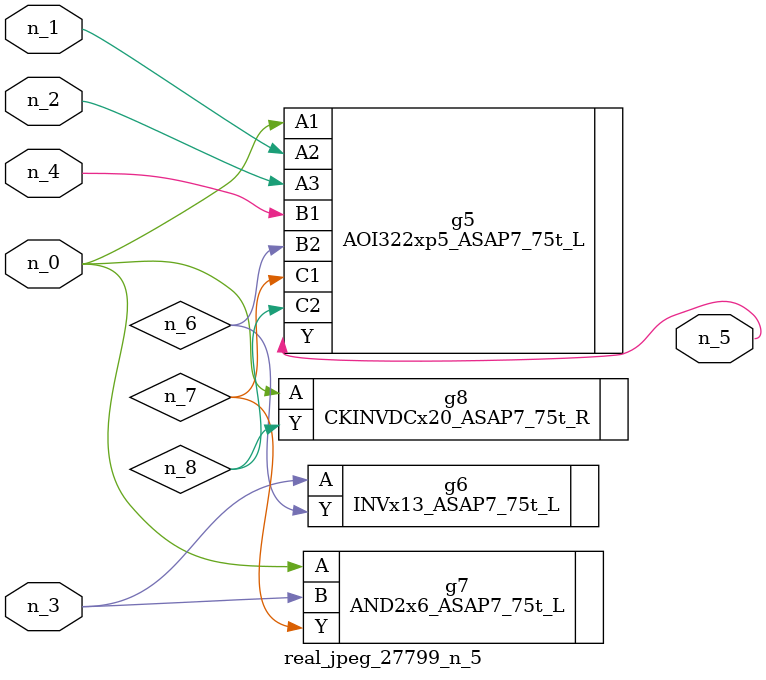
<source format=v>
module real_jpeg_27799_n_5 (n_4, n_0, n_1, n_2, n_3, n_5);

input n_4;
input n_0;
input n_1;
input n_2;
input n_3;

output n_5;

wire n_8;
wire n_6;
wire n_7;

AOI322xp5_ASAP7_75t_L g5 ( 
.A1(n_0),
.A2(n_1),
.A3(n_2),
.B1(n_4),
.B2(n_6),
.C1(n_7),
.C2(n_8),
.Y(n_5)
);

AND2x6_ASAP7_75t_L g7 ( 
.A(n_0),
.B(n_3),
.Y(n_7)
);

CKINVDCx20_ASAP7_75t_R g8 ( 
.A(n_0),
.Y(n_8)
);

INVx13_ASAP7_75t_L g6 ( 
.A(n_3),
.Y(n_6)
);


endmodule
</source>
